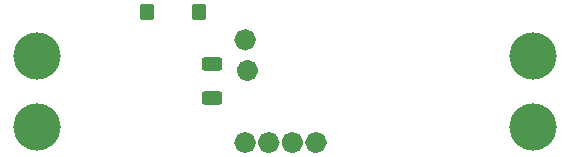
<source format=gbr>
%TF.GenerationSoftware,KiCad,Pcbnew,9.0.0-rc3*%
%TF.CreationDate,2025-03-08T22:35:06-05:00*%
%TF.ProjectId,reggie_jig,72656767-6965-45f6-9a69-672e6b696361,rev?*%
%TF.SameCoordinates,Original*%
%TF.FileFunction,Soldermask,Top*%
%TF.FilePolarity,Negative*%
%FSLAX46Y46*%
G04 Gerber Fmt 4.6, Leading zero omitted, Abs format (unit mm)*
G04 Created by KiCad (PCBNEW 9.0.0-rc3) date 2025-03-08 22:35:06*
%MOMM*%
%LPD*%
G01*
G04 APERTURE LIST*
G04 Aperture macros list*
%AMRoundRect*
0 Rectangle with rounded corners*
0 $1 Rounding radius*
0 $2 $3 $4 $5 $6 $7 $8 $9 X,Y pos of 4 corners*
0 Add a 4 corners polygon primitive as box body*
4,1,4,$2,$3,$4,$5,$6,$7,$8,$9,$2,$3,0*
0 Add four circle primitives for the rounded corners*
1,1,$1+$1,$2,$3*
1,1,$1+$1,$4,$5*
1,1,$1+$1,$6,$7*
1,1,$1+$1,$8,$9*
0 Add four rect primitives between the rounded corners*
20,1,$1+$1,$2,$3,$4,$5,0*
20,1,$1+$1,$4,$5,$6,$7,0*
20,1,$1+$1,$6,$7,$8,$9,0*
20,1,$1+$1,$8,$9,$2,$3,0*%
G04 Aperture macros list end*
%ADD10C,0.905000*%
%ADD11RoundRect,0.250000X-0.365000X-0.430000X0.365000X-0.430000X0.365000X0.430000X-0.365000X0.430000X0*%
%ADD12RoundRect,0.250000X-0.625000X0.312500X-0.625000X-0.312500X0.625000X-0.312500X0.625000X0.312500X0*%
%ADD13C,4.000000*%
G04 APERTURE END LIST*
D10*
X129852500Y-119800000D02*
G75*
G02*
X128947500Y-119800000I-452500J0D01*
G01*
X128947500Y-119800000D02*
G75*
G02*
X129852500Y-119800000I452500J0D01*
G01*
X125852500Y-111100000D02*
G75*
G02*
X124947500Y-111100000I-452500J0D01*
G01*
X124947500Y-111100000D02*
G75*
G02*
X125852500Y-111100000I452500J0D01*
G01*
X126052500Y-113700000D02*
G75*
G02*
X125147500Y-113700000I-452500J0D01*
G01*
X125147500Y-113700000D02*
G75*
G02*
X126052500Y-113700000I452500J0D01*
G01*
X127852500Y-119800000D02*
G75*
G02*
X126947500Y-119800000I-452500J0D01*
G01*
X126947500Y-119800000D02*
G75*
G02*
X127852500Y-119800000I452500J0D01*
G01*
X131852500Y-119800000D02*
G75*
G02*
X130947500Y-119800000I-452500J0D01*
G01*
X130947500Y-119800000D02*
G75*
G02*
X131852500Y-119800000I452500J0D01*
G01*
X125852500Y-119800000D02*
G75*
G02*
X124947500Y-119800000I-452500J0D01*
G01*
X124947500Y-119800000D02*
G75*
G02*
X125852500Y-119800000I452500J0D01*
G01*
D11*
%TO.C,REF\u002A\u002A*%
X117120000Y-108750000D03*
X121480000Y-108750000D03*
%TD*%
D12*
%TO.C,REF\u002A\u002A*%
X122600000Y-113137500D03*
X122600000Y-116062500D03*
%TD*%
D13*
X149800000Y-118500000D03*
X149800000Y-112500000D03*
X107800000Y-118500000D03*
X107800000Y-112500000D03*
M02*

</source>
